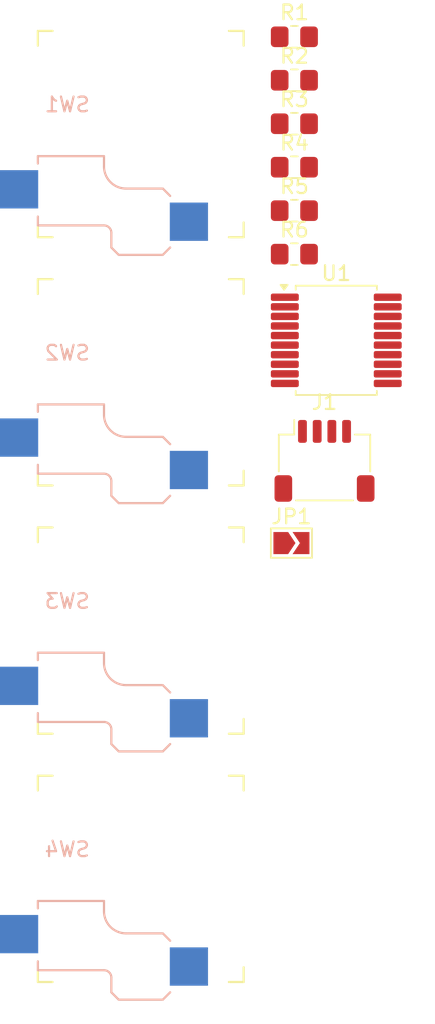
<source format=kicad_pcb>
(kicad_pcb (version 20241229) (generator "pcbnew") (generator_version "9.0")
  (layers (0 "F.Cu" signal) (2 "B.Cu" signal) (13 "F.Paste" user) (15 "B.Paste" user) (5 "F.SilkS" user "F.Silkscreen") (7 "B.SilkS" user "B.Silkscreen") (1 "F.Mask" user) (3 "B.Mask" user) (25 "Edge.Cuts" user))
  (net 0 "")
  (net 1 "/SDA")
  (net 2 "VCC")
  (net 3 "/SCL")
  (net 4 "GND")
  (net 5 "/A0")
  (net 6 "Net-(U1-~{RESET})")
  (net 7 "/middle")
  (net 8 "/ring")
  (net 9 "/pinky")
  (net 10 "/index")
  (footprint "Resistor_SMD:R_0805_2012Metric_Pad1.20x1.40mm_HandSolder" (layer "F.Cu") (at 211.345 67.23)
    (property "Reference" "R3" (at 0 -1.65 0) (layer "F.SilkS"))
    (property "Value" "10k")
    (fp_line (start -0.227064 -0.735) (end 0.227064 -0.735) (stroke (width 0.12)) (layer "F.SilkS"))
    (fp_line (start -0.227064 0.735) (end 0.227064 0.735) (stroke (width 0.12)) (layer "F.SilkS"))
    (pad "1" smd roundrect (at -1 0) (size 1.2 1.4) (layers "F.Cu" "F.Mask" "F.Paste") (roundrect_rratio 0.208333) (net 4 "GND"))
    (pad "2" smd roundrect (at 1 0) (size 1.2 1.4) (layers "F.Cu" "F.Mask" "F.Paste") (roundrect_rratio 0.208333) (net 5 "/A0"))
  )
  (footprint "Package_SO:SSOP-20_5.3x7.2mm_P0.65mm" (layer "F.Cu") (at 214.195 81.93)
    (property "Reference" "U1" (at 0 -4.55 0) (layer "F.SilkS"))
    (property "Value" "MCP23008-xSS")
    (fp_line (start -2.76 -3.71) (end -2.76 -3.435) (stroke (width 0.12)) (layer "F.SilkS"))
    (fp_line (start -2.76 3.71) (end -2.76 3.435) (stroke (width 0.12)) (layer "F.SilkS"))
    (fp_line (start 0 -3.71) (end -2.76 -3.71) (stroke (width 0.12)) (layer "F.SilkS"))
    (fp_line (start 0 -3.71) (end 2.76 -3.71) (stroke (width 0.12)) (layer "F.SilkS"))
    (fp_line (start 0 3.71) (end -2.76 3.71) (stroke (width 0.12)) (layer "F.SilkS"))
    (fp_line (start 0 3.71) (end 2.76 3.71) (stroke (width 0.12)) (layer "F.SilkS"))
    (fp_line (start 2.76 -3.71) (end 2.76 -3.435) (stroke (width 0.12)) (layer "F.SilkS"))
    (fp_line (start 2.76 3.71) (end 2.76 3.435) (stroke (width 0.12)) (layer "F.SilkS"))
    (fp_poly (pts (xy -3.55 -3.435) (xy -3.79 -3.765) (xy -3.31 -3.765) (xy -3.55 -3.435)) (stroke (width 0.12)) (fill yes) (layer "F.SilkS"))
    (pad "1" smd roundrect (at -3.5 -2.925) (size 1.9 0.5) (layers "F.Cu" "F.Mask" "F.Paste") (net 3 "/SCL"))
    (pad "2" smd roundrect (at -3.5 -2.275) (size 1.9 0.5) (layers "F.Cu" "F.Mask" "F.Paste") (net 1 "/SDA"))
    (pad "3" smd roundrect (at -3.5 -1.625) (size 1.9 0.5) (layers "F.Cu" "F.Mask" "F.Paste") (net 4 "GND"))
    (pad "4" smd roundrect (at -3.5 -0.975) (size 1.9 0.5) (layers "F.Cu" "F.Mask" "F.Paste") (net 4 "GND"))
    (pad "5" smd roundrect (at -3.5 -0.325) (size 1.9 0.5) (layers "F.Cu" "F.Mask" "F.Paste") (net 5 "/A0"))
    (pad "6" smd roundrect (at -3.5 0.325) (size 1.9 0.5) (layers "F.Cu" "F.Mask" "F.Paste") (net 6 "Net-(U1-~{RESET})"))
    (pad "7" smd roundrect (at -3.5 0.975) (size 1.9 0.5) (layers "F.Cu" "F.Mask" "F.Paste"))
    (pad "8" smd roundrect (at -3.5 1.625) (size 1.9 0.5) (layers "F.Cu" "F.Mask" "F.Paste"))
    (pad "9" smd roundrect (at -3.5 2.275) (size 1.9 0.5) (layers "F.Cu" "F.Mask" "F.Paste") (net 4 "GND"))
    (pad "10" smd roundrect (at -3.5 2.925) (size 1.9 0.5) (layers "F.Cu" "F.Mask" "F.Paste"))
    (pad "11" smd roundrect (at 3.5 2.925) (size 1.9 0.5) (layers "F.Cu" "F.Mask" "F.Paste"))
    (pad "12" smd roundrect (at 3.5 2.275) (size 1.9 0.5) (layers "F.Cu" "F.Mask" "F.Paste") (net 10 "/index"))
    (pad "13" smd roundrect (at 3.5 1.625) (size 1.9 0.5) (layers "F.Cu" "F.Mask" "F.Paste") (net 7 "/middle"))
    (pad "14" smd roundrect (at 3.5 0.975) (size 1.9 0.5) (layers "F.Cu" "F.Mask" "F.Paste") (net 8 "/ring"))
    (pad "15" smd roundrect (at 3.5 0.325) (size 1.9 0.5) (layers "F.Cu" "F.Mask" "F.Paste") (net 9 "/pinky"))
    (pad "16" smd roundrect (at 3.5 -0.325) (size 1.9 0.5) (layers "F.Cu" "F.Mask" "F.Paste"))
    (pad "17" smd roundrect (at 3.5 -0.975) (size 1.9 0.5) (layers "F.Cu" "F.Mask" "F.Paste"))
    (pad "18" smd roundrect (at 3.5 -1.625) (size 1.9 0.5) (layers "F.Cu" "F.Mask" "F.Paste"))
    (pad "19" smd roundrect (at 3.5 -2.275) (size 1.9 0.5) (layers "F.Cu" "F.Mask" "F.Paste"))
    (pad "20" smd roundrect (at 3.5 -2.925) (size 1.9 0.5) (layers "F.Cu" "F.Mask" "F.Paste") (net 2 "VCC"))
  )
  (footprint "Jumper:SolderJumper-2_P1.3mm_Open_TrianglePad1.0x1.5mm" (layer "F.Cu") (at 211.145 95.69)
    (property "Reference" "JP1" (at 0 -1.8 0) (layer "F.SilkS"))
    (property "Value" "SolderJumper_2_Open")
    (fp_line (start -1.4 -1) (end 1.4 -1) (stroke (width 0.12)) (layer "F.SilkS"))
    (fp_line (start -1.4 1) (end -1.4 -1) (stroke (width 0.12)) (layer "F.SilkS"))
    (fp_line (start 1.4 -1) (end 1.4 1) (stroke (width 0.12)) (layer "F.SilkS"))
    (fp_line (start 1.4 1) (end -1.4 1) (stroke (width 0.12)) (layer "F.SilkS"))
    (pad "1" smd custom (at -0.725 0) (size 0.3 0.3) (layers "F.Cu" "F.Mask") (net 5 "/A0") (options (clearance outline) (anchor rect)) (primitives (gr_poly (pts (xy 1 0) (xy 0.5 0.75) (xy -0.5 0.75) (xy -0.5 -0.75) (xy 0.5 -0.75)) (width 0) (fill yes))))
    (pad "2" smd custom (at 0.725 0) (size 0.3 0.3) (layers "F.Cu" "F.Mask") (net 2 "VCC") (options (clearance outline) (anchor rect)) (primitives (gr_poly (pts (xy 0.5 0.75) (xy -0.65 0.75) (xy -0.15 0) (xy -0.65 -0.75) (xy 0.5 -0.75)) (width 0) (fill yes))))
  )
  (footprint "footprints:Kailh_socket_PG1350" (layer "F.Cu") (at 200.895 67.93)
    (property "Reference" "SW1" (at -5 -2 0) (layer "B.SilkS") (effects (justify mirror)))
    (property "Value" "SW_Push")
    (fp_line (start -7 -6) (end -7 -7) (stroke (width 0.15)) (layer "F.SilkS"))
    (fp_line (start -7 7) (end -7 6) (stroke (width 0.15)) (layer "F.SilkS"))
    (fp_line (start -7 7) (end -6 7) (stroke (width 0.15)) (layer "F.SilkS"))
    (fp_line (start -6 -7) (end -7 -7) (stroke (width 0.15)) (layer "F.SilkS"))
    (fp_line (start 6 7) (end 7 7) (stroke (width 0.15)) (layer "F.SilkS"))
    (fp_line (start 7 -7) (end 6 -7) (stroke (width 0.15)) (layer "F.SilkS"))
    (fp_line (start 7 -7) (end 7 -6) (stroke (width 0.15)) (layer "F.SilkS"))
    (fp_line (start 7 6) (end 7 7) (stroke (width 0.15)) (layer "F.SilkS"))
    (fp_line (start 7 7) (end 6 7) (stroke (width 0.15)) (layer "F.SilkS"))
    (fp_line (start -7 1.5) (end -7 2) (stroke (width 0.15)) (layer "B.SilkS"))
    (fp_line (start -7 5.6) (end -7 6.2) (stroke (width 0.15)) (layer "B.SilkS"))
    (fp_line (start -7 6.2) (end -2.5 6.2) (stroke (width 0.15)) (layer "B.SilkS"))
    (fp_line (start -2.5 1.5) (end -7 1.5) (stroke (width 0.15)) (layer "B.SilkS"))
    (fp_line (start -2.5 2.2) (end -2.5 1.5) (stroke (width 0.15)) (layer "B.SilkS"))
    (fp_line (start -2 6.7) (end -2 7.7) (stroke (width 0.15)) (layer "B.SilkS"))
    (fp_line (start -1.5 8.2) (end -2 7.7) (stroke (width 0.15)) (layer "B.SilkS"))
    (fp_line (start 1.5 3.7) (end -1 3.7) (stroke (width 0.15)) (layer "B.SilkS"))
    (fp_line (start 1.5 8.2) (end -1.5 8.2) (stroke (width 0.15)) (layer "B.SilkS"))
    (fp_line (start 2 4.2) (end 1.5 3.7) (stroke (width 0.15)) (layer "B.SilkS"))
    (fp_line (start 2 7.7) (end 1.5 8.2) (stroke (width 0.15)) (layer "B.SilkS"))
    (fp_arc (start -2.5 6.2) (mid -2.146447 6.346447) (end -2 6.7) (stroke (width 0.15)) (layer "B.SilkS"))
    (fp_arc (start -1 3.7) (mid -2.06066 3.26066) (end -2.5 2.2) (stroke (width 0.15)) (layer "B.SilkS"))
    (pad "" np_thru_hole circle (at -5.5 0) (size 1.7018 1.7018) (drill 1.7018) (layers "*.Cu" "*.Mask"))
    (pad "" np_thru_hole circle (at -5 3.75) (size 3 3) (drill 3) (layers "*.Cu" "*.Mask"))
    (pad "" np_thru_hole circle (at 0 0) (size 3.429 3.429) (drill 3.429) (layers "*.Cu" "*.Mask"))
    (pad "" np_thru_hole circle (at 0 5.95) (size 3 3) (drill 3) (layers "*.Cu" "*.Mask"))
    (pad "" np_thru_hole circle (at 5.5 0) (size 1.7018 1.7018) (drill 1.7018) (layers "*.Cu" "*.Mask"))
    (pad "1" smd rect (at 3.275 5.95) (size 2.6 2.6) (layers "B.Cu" "B.Mask" "B.Paste") (net 7 "/middle"))
    (pad "2" smd rect (at -8.275 3.75) (size 2.6 2.6) (layers "B.Cu" "B.Mask" "B.Paste") (net 4 "GND"))
  )
  (footprint "Resistor_SMD:R_0805_2012Metric_Pad1.20x1.40mm_HandSolder" (layer "F.Cu") (at 211.345 70.18)
    (property "Reference" "R4" (at 0 -1.65 0) (layer "F.SilkS"))
    (property "Value" "10k")
    (fp_line (start -0.227064 -0.735) (end 0.227064 -0.735) (stroke (width 0.12)) (layer "F.SilkS"))
    (fp_line (start -0.227064 0.735) (end 0.227064 0.735) (stroke (width 0.12)) (layer "F.SilkS"))
    (pad "1" smd roundrect (at -1 0) (size 1.2 1.4) (layers "F.Cu" "F.Mask" "F.Paste") (roundrect_rratio 0.208333) (net 2 "VCC"))
    (pad "2" smd roundrect (at 1 0) (size 1.2 1.4) (layers "F.Cu" "F.Mask" "F.Paste") (roundrect_rratio 0.208333) (net 6 "Net-(U1-~{RESET})"))
  )
  (footprint "Connector_JST:JST_SH_SM04B-SRSS-TB_1x04-1MP_P1.00mm_Horizontal" (layer "F.Cu") (at 213.395 90.11)
    (property "Reference" "J1" (at 0 -3.98 0) (layer "F.SilkS"))
    (property "Value" "Conn_01x04_Socket")
    (fp_line (start -3.11 -1.785) (end -2.06 -1.785) (stroke (width 0.12)) (layer "F.SilkS"))
    (fp_line (start -3.11 0.715) (end -3.11 -1.785) (stroke (width 0.12)) (layer "F.SilkS"))
    (fp_line (start -2.06 -1.785) (end -2.06 -2.775) (stroke (width 0.12)) (layer "F.SilkS"))
    (fp_line (start -1.94 2.685) (end 1.94 2.685) (stroke (width 0.12)) (layer "F.SilkS"))
    (fp_line (start 3.11 -1.785) (end 2.06 -1.785) (stroke (width 0.12)) (layer "F.SilkS"))
    (fp_line (start 3.11 0.715) (end 3.11 -1.785) (stroke (width 0.12)) (layer "F.SilkS"))
    (pad "1" smd roundrect (at -1.5 -2) (size 0.6 1.55) (layers "F.Cu" "F.Mask" "F.Paste") (net 4 "GND"))
    (pad "2" smd roundrect (at -0.5 -2) (size 0.6 1.55) (layers "F.Cu" "F.Mask" "F.Paste") (net 2 "VCC"))
    (pad "3" smd roundrect (at 0.5 -2) (size 0.6 1.55) (layers "F.Cu" "F.Mask" "F.Paste") (net 1 "/SDA"))
    (pad "4" smd roundrect (at 1.5 -2) (size 0.6 1.55) (layers "F.Cu" "F.Mask" "F.Paste") (net 3 "/SCL"))
    (pad "MP" smd roundrect (at -2.8 1.875) (size 1.2 1.8) (layers "F.Cu" "F.Mask" "F.Paste") (roundrect_rratio 0.208333))
    (pad "MP" smd roundrect (at 2.8 1.875) (size 1.2 1.8) (layers "F.Cu" "F.Mask" "F.Paste") (roundrect_rratio 0.208333))
  )
  (footprint "footprints:Kailh_socket_PG1350" (layer "F.Cu") (at 200.895 84.78)
    (property "Reference" "SW2" (at -5 -2 0) (layer "B.SilkS") (effects (justify mirror)))
    (property "Value" "SW_Push")
    (fp_line (start -7 -6) (end -7 -7) (stroke (width 0.15)) (layer "F.SilkS"))
    (fp_line (start -7 7) (end -7 6) (stroke (width 0.15)) (layer "F.SilkS"))
    (fp_line (start -7 7) (end -6 7) (stroke (width 0.15)) (layer "F.SilkS"))
    (fp_line (start -6 -7) (end -7 -7) (stroke (width 0.15)) (layer "F.SilkS"))
    (fp_line (start 6 7) (end 7 7) (stroke (width 0.15)) (layer "F.SilkS"))
    (fp_line (start 7 -7) (end 6 -7) (stroke (width 0.15)) (layer "F.SilkS"))
    (fp_line (start 7 -7) (end 7 -6) (stroke (width 0.15)) (layer "F.SilkS"))
    (fp_line (start 7 6) (end 7 7) (stroke (width 0.15)) (layer "F.SilkS"))
    (fp_line (start 7 7) (end 6 7) (stroke (width 0.15)) (layer "F.SilkS"))
    (fp_line (start -7 1.5) (end -7 2) (stroke (width 0.15)) (layer "B.SilkS"))
    (fp_line (start -7 5.6) (end -7 6.2) (stroke (width 0.15)) (layer "B.SilkS"))
    (fp_line (start -7 6.2) (end -2.5 6.2) (stroke (width 0.15)) (layer "B.SilkS"))
    (fp_line (start -2.5 1.5) (end -7 1.5) (stroke (width 0.15)) (layer "B.SilkS"))
    (fp_line (start -2.5 2.2) (end -2.5 1.5) (stroke (width 0.15)) (layer "B.SilkS"))
    (fp_line (start -2 6.7) (end -2 7.7) (stroke (width 0.15)) (layer "B.SilkS"))
    (fp_line (start -1.5 8.2) (end -2 7.7) (stroke (width 0.15)) (layer "B.SilkS"))
    (fp_line (start 1.5 3.7) (end -1 3.7) (stroke (width 0.15)) (layer "B.SilkS"))
    (fp_line (start 1.5 8.2) (end -1.5 8.2) (stroke (width 0.15)) (layer "B.SilkS"))
    (fp_line (start 2 4.2) (end 1.5 3.7) (stroke (width 0.15)) (layer "B.SilkS"))
    (fp_line (start 2 7.7) (end 1.5 8.2) (stroke (width 0.15)) (layer "B.SilkS"))
    (fp_arc (start -2.5 6.2) (mid -2.146447 6.346447) (end -2 6.7) (stroke (width 0.15)) (layer "B.SilkS"))
    (fp_arc (start -1 3.7) (mid -2.06066 3.26066) (end -2.5 2.2) (stroke (width 0.15)) (layer "B.SilkS"))
    (pad "" np_thru_hole circle (at -5.5 0) (size 1.7018 1.7018) (drill 1.7018) (layers "*.Cu" "*.Mask"))
    (pad "" np_thru_hole circle (at -5 3.75) (size 3 3) (drill 3) (layers "*.Cu" "*.Mask"))
    (pad "" np_thru_hole circle (at 0 0) (size 3.429 3.429) (drill 3.429) (layers "*.Cu" "*.Mask"))
    (pad "" np_thru_hole circle (at 0 5.95) (size 3 3) (drill 3) (layers "*.Cu" "*.Mask"))
    (pad "" np_thru_hole circle (at 5.5 0) (size 1.7018 1.7018) (drill 1.7018) (layers "*.Cu" "*.Mask"))
    (pad "1" smd rect (at 3.275 5.95) (size 2.6 2.6) (layers "B.Cu" "B.Mask" "B.Paste") (net 8 "/ring"))
    (pad "2" smd rect (at -8.275 3.75) (size 2.6 2.6) (layers "B.Cu" "B.Mask" "B.Paste") (net 4 "GND"))
  )
  (footprint "Resistor_SMD:R_0805_2012Metric_Pad1.20x1.40mm_HandSolder" (layer "F.Cu") (at 211.345 73.13)
    (property "Reference" "R5" (at 0 -1.65 0) (layer "F.SilkS"))
    (property "Value" "0")
    (fp_line (start -0.227064 -0.735) (end 0.227064 -0.735) (stroke (width 0.12)) (layer "F.SilkS"))
    (fp_line (start -0.227064 0.735) (end 0.227064 0.735) (stroke (width 0.12)) (layer "F.SilkS"))
    (pad "1" smd roundrect (at -1 0) (size 1.2 1.4) (layers "F.Cu" "F.Mask" "F.Paste") (roundrect_rratio 0.208333) (net 4 "GND"))
    (pad "2" smd roundrect (at 1 0) (size 1.2 1.4) (layers "F.Cu" "F.Mask" "F.Paste") (roundrect_rratio 0.208333) (net 4 "GND"))
  )
  (footprint "Resistor_SMD:R_0805_2012Metric_Pad1.20x1.40mm_HandSolder" (layer "F.Cu") (at 211.345 64.28)
    (property "Reference" "R2" (at 0 -1.65 0) (layer "F.SilkS"))
    (property "Value" "10k")
    (fp_line (start -0.227064 -0.735) (end 0.227064 -0.735) (stroke (width 0.12)) (layer "F.SilkS"))
    (fp_line (start -0.227064 0.735) (end 0.227064 0.735) (stroke (width 0.12)) (layer "F.SilkS"))
    (pad "1" smd roundrect (at -1 0) (size 1.2 1.4) (layers "F.Cu" "F.Mask" "F.Paste") (roundrect_rratio 0.208333) (net 2 "VCC"))
    (pad "2" smd roundrect (at 1 0) (size 1.2 1.4) (layers "F.Cu" "F.Mask" "F.Paste") (roundrect_rratio 0.208333) (net 3 "/SCL"))
  )
  (footprint "Resistor_SMD:R_0805_2012Metric_Pad1.20x1.40mm_HandSolder" (layer "F.Cu") (at 211.345 76.08)
    (property "Reference" "R6" (at 0 -1.65 0) (layer "F.SilkS"))
    (property "Value" "0")
    (fp_line (start -0.227064 -0.735) (end 0.227064 -0.735) (stroke (width 0.12)) (layer "F.SilkS"))
    (fp_line (start -0.227064 0.735) (end 0.227064 0.735) (stroke (width 0.12)) (layer "F.SilkS"))
    (pad "1" smd roundrect (at -1 0) (size 1.2 1.4) (layers "F.Cu" "F.Mask" "F.Paste") (roundrect_rratio 0.208333) (net 4 "GND"))
    (pad "2" smd roundrect (at 1 0) (size 1.2 1.4) (layers "F.Cu" "F.Mask" "F.Paste") (roundrect_rratio 0.208333) (net 4 "GND"))
  )
  (footprint "footprints:Kailh_socket_PG1350" (layer "F.Cu") (at 200.895 101.63)
    (property "Reference" "SW3" (at -5 -2 0) (layer "B.SilkS") (effects (justify mirror)))
    (property "Value" "SW_Push")
    (fp_line (start -7 -6) (end -7 -7) (stroke (width 0.15)) (layer "F.SilkS"))
    (fp_line (start -7 7) (end -7 6) (stroke (width 0.15)) (layer "F.SilkS"))
    (fp_line (start -7 7) (end -6 7) (stroke (width 0.15)) (layer "F.SilkS"))
    (fp_line (start -6 -7) (end -7 -7) (stroke (width 0.15)) (layer "F.SilkS"))
    (fp_line (start 6 7) (end 7 7) (stroke (width 0.15)) (layer "F.SilkS"))
    (fp_line (start 7 -7) (end 6 -7) (stroke (width 0.15)) (layer "F.SilkS"))
    (fp_line (start 7 -7) (end 7 -6) (stroke (width 0.15)) (layer "F.SilkS"))
    (fp_line (start 7 6) (end 7 7) (stroke (width 0.15)) (layer "F.SilkS"))
    (fp_line (start 7 7) (end 6 7) (stroke (width 0.15)) (layer "F.SilkS"))
    (fp_line (start -7 1.5) (end -7 2) (stroke (width 0.15)) (layer "B.SilkS"))
    (fp_line (start -7 5.6) (end -7 6.2) (stroke (width 0.15)) (layer "B.SilkS"))
    (fp_line (start -7 6.2) (end -2.5 6.2) (stroke (width 0.15)) (layer "B.SilkS"))
    (fp_line (start -2.5 1.5) (end -7 1.5) (stroke (width 0.15)) (layer "B.SilkS"))
    (fp_line (start -2.5 2.2) (end -2.5 1.5) (stroke (width 0.15)) (layer "B.SilkS"))
    (fp_line (start -2 6.7) (end -2 7.7) (stroke (width 0.15)) (layer "B.SilkS"))
    (fp_line (start -1.5 8.2) (end -2 7.7) (stroke (width 0.15)) (layer "B.SilkS"))
    (fp_line (start 1.5 3.7) (end -1 3.7) (stroke (width 0.15)) (layer "B.SilkS"))
    (fp_line (start 1.5 8.2) (end -1.5 8.2) (stroke (width 0.15)) (layer "B.SilkS"))
    (fp_line (start 2 4.2) (end 1.5 3.7) (stroke (width 0.15)) (layer "B.SilkS"))
    (fp_line (start 2 7.7) (end 1.5 8.2) (stroke (width 0.15)) (layer "B.SilkS"))
    (fp_arc (start -2.5 6.2) (mid -2.146447 6.346447) (end -2 6.7) (stroke (width 0.15)) (layer "B.SilkS"))
    (fp_arc (start -1 3.7) (mid -2.06066 3.26066) (end -2.5 2.2) (stroke (width 0.15)) (layer "B.SilkS"))
    (pad "" np_thru_hole circle (at -5.5 0) (size 1.7018 1.7018) (drill 1.7018) (layers "*.Cu" "*.Mask"))
    (pad "" np_thru_hole circle (at -5 3.75) (size 3 3) (drill 3) (layers "*.Cu" "*.Mask"))
    (pad "" np_thru_hole circle (at 0 0) (size 3.429 3.429) (drill 3.429) (layers "*.Cu" "*.Mask"))
    (pad "" np_thru_hole circle (at 0 5.95) (size 3 3) (drill 3) (layers "*.Cu" "*.Mask"))
    (pad "" np_thru_hole circle (at 5.5 0) (size 1.7018 1.7018) (drill 1.7018) (layers "*.Cu" "*.Mask"))
    (pad "1" smd rect (at 3.275 5.95) (size 2.6 2.6) (layers "B.Cu" "B.Mask" "B.Paste") (net 9 "/pinky"))
    (pad "2" smd rect (at -8.275 3.75) (size 2.6 2.6) (layers "B.Cu" "B.Mask" "B.Paste") (net 4 "GND"))
  )
  (footprint "footprints:Kailh_socket_PG1350" (layer "F.Cu") (at 200.895 118.48)
    (property "Reference" "SW4" (at -5 -2 0) (layer "B.SilkS") (effects (justify mirror)))
    (property "Value" "SW_Push")
    (fp_line (start -7 -6) (end -7 -7) (stroke (width 0.15)) (layer "F.SilkS"))
    (fp_line (start -7 7) (end -7 6) (stroke (width 0.15)) (layer "F.SilkS"))
    (fp_line (start -7 7) (end -6 7) (stroke (width 0.15)) (layer "F.SilkS"))
    (fp_line (start -6 -7) (end -7 -7) (stroke (width 0.15)) (layer "F.SilkS"))
    (fp_line (start 6 7) (end 7 7) (stroke (width 0.15)) (layer "F.SilkS"))
    (fp_line (start 7 -7) (end 6 -7) (stroke (width 0.15)) (layer "F.SilkS"))
    (fp_line (start 7 -7) (end 7 -6) (stroke (width 0.15)) (layer "F.SilkS"))
    (fp_line (start 7 6) (end 7 7) (stroke (width 0.15)) (layer "F.SilkS"))
    (fp_line (start 7 7) (end 6 7) (stroke (width 0.15)) (layer "F.SilkS"))
    (fp_line (start -7 1.5) (end -7 2) (stroke (width 0.15)) (layer "B.SilkS"))
    (fp_line (start -7 5.6) (end -7 6.2) (stroke (width 0.15)) (layer "B.SilkS"))
    (fp_line (start -7 6.2) (end -2.5 6.2) (stroke (width 0.15)) (layer "B.SilkS"))
    (fp_line (start -2.5 1.5) (end -7 1.5) (stroke (width 0.15)) (layer "B.SilkS"))
    (fp_line (start -2.5 2.2) (end -2.5 1.5) (stroke (width 0.15)) (layer "B.SilkS"))
    (fp_line (start -2 6.7) (end -2 7.7) (stroke (width 0.15)) (layer "B.SilkS"))
    (fp_line (start -1.5 8.2) (end -2 7.7) (stroke (width 0.15)) (layer "B.SilkS"))
    (fp_line (start 1.5 3.7) (end -1 3.7) (stroke (width 0.15)) (layer "B.SilkS"))
    (fp_line (start 1.5 8.2) (end -1.5 8.2) (stroke (width 0.15)) (layer "B.SilkS"))
    (fp_line (start 2 4.2) (end 1.5 3.7) (stroke (width 0.15)) (layer "B.SilkS"))
    (fp_line (start 2 7.7) (end 1.5 8.2) (stroke (width 0.15)) (layer "B.SilkS"))
    (fp_arc (start -2.5 6.2) (mid -2.146447 6.346447) (end -2 6.7) (stroke (width 0.15)) (layer "B.SilkS"))
    (fp_arc (start -1 3.7) (mid -2.06066 3.26066) (end -2.5 2.2) (stroke (width 0.15)) (layer "B.SilkS"))
    (pad "" np_thru_hole circle (at -5.5 0) (size 1.7018 1.7018) (drill 1.7018) (layers "*.Cu" "*.Mask"))
    (pad "" np_thru_hole circle (at -5 3.75) (size 3 3) (drill 3) (layers "*.Cu" "*.Mask"))
    (pad "" np_thru_hole circle (at 0 0) (size 3.429 3.429) (drill 3.429) (layers "*.Cu" "*.Mask"))
    (pad "" np_thru_hole circle (at 0 5.95) (size 3 3) (drill 3) (layers "*.Cu" "*.Mask"))
    (pad "" np_thru_hole circle (at 5.5 0) (size 1.7018 1.7018) (drill 1.7018) (layers "*.Cu" "*.Mask"))
    (pad "1" smd rect (at 3.275 5.95) (size 2.6 2.6) (layers "B.Cu" "B.Mask" "B.Paste") (net 10 "/index"))
    (pad "2" smd rect (at -8.275 3.75) (size 2.6 2.6) (layers "B.Cu" "B.Mask" "B.Paste") (net 4 "GND"))
  )
  (footprint "Resistor_SMD:R_0805_2012Metric_Pad1.20x1.40mm_HandSolder" (layer "F.Cu") (at 211.345 61.33)
    (property "Reference" "R1" (at 0 -1.65 0) (layer "F.SilkS"))
    (property "Value" "10k")
    (fp_line (start -0.227064 -0.735) (end 0.227064 -0.735) (stroke (width 0.12)) (layer "F.SilkS"))
    (fp_line (start -0.227064 0.735) (end 0.227064 0.735) (stroke (width 0.12)) (layer "F.SilkS"))
    (pad "1" smd roundrect (at -1 0) (size 1.2 1.4) (layers "F.Cu" "F.Mask" "F.Paste") (roundrect_rratio 0.208333) (net 2 "VCC"))
    (pad "2" smd roundrect (at 1 0) (size 1.2 1.4) (layers "F.Cu" "F.Mask" "F.Paste") (roundrect_rratio 0.208333) (net 1 "/SDA"))
  )
)
</source>
